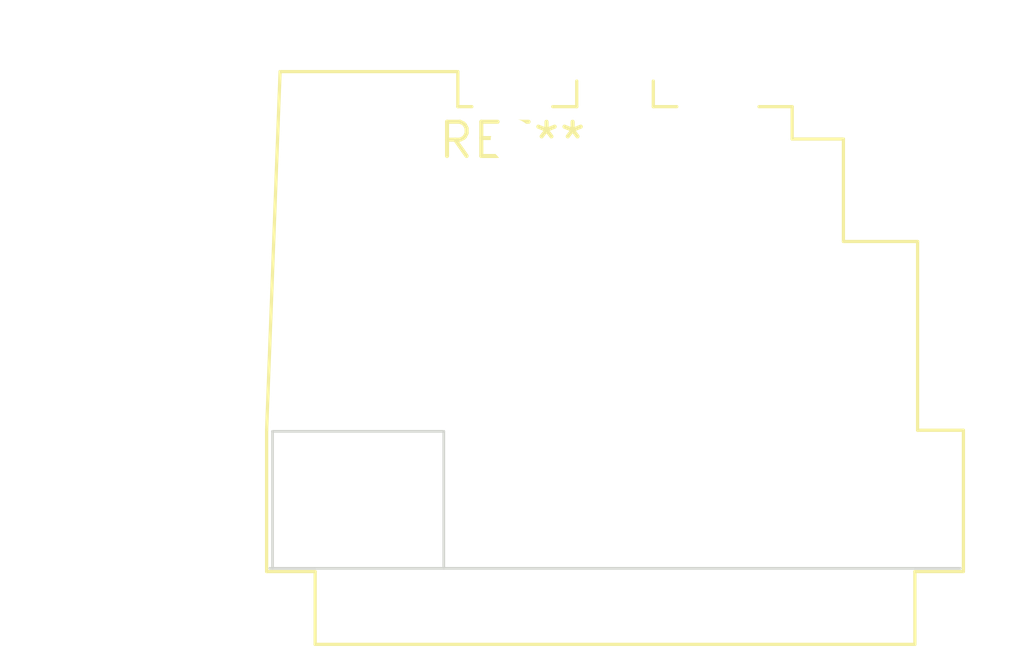
<source format=kicad_pcb>
(kicad_pcb (version 20240108) (generator pcbnew)
  (layers (0 "F.Cu" signal) (31 "B.Cu" signal) (34 "B.Paste" user) (35 "F.Paste" user) (36 "B.SilkS" user "B.Silkscreen") (37 "F.SilkS" user "F.Silkscreen") (38 "B.Mask" user) (39 "F.Mask" user) (44 "Edge.Cuts" user))
  (net 0 "")
  (footprint "Jack_XLR_Neutrik_NC3FBHL1_Horizontal" (layer "F.Cu") (at 0 0)
    (property "Reference" "REF**")
    (property "Value" "Jack_XLR_Neutrik_NC3FBHL1_Horizontal")
    (fp_line (start -9.11 10.75) (end -8.61 -2.55) (layer "F.SilkS") (stroke (width 0.12)))
    (fp_line (start -9.11 15.99) (end -9.11 10.75) (layer "F.SilkS") (stroke (width 0.12)))
    (fp_line (start -8.61 -2.55) (end -2.02 -2.55) (layer "F.SilkS") (stroke (width 0.12)))
    (fp_line (start -7.31 15.99) (end -9.11 15.99) (layer "F.SilkS") (stroke (width 0.12)))
    (fp_line (start -7.31 15.99) (end -7.31 18.69) (layer "F.SilkS") (stroke (width 0.12)))
    (fp_line (start -2.02 -2.55) (end -2.02 -1.25) (layer "F.SilkS") (stroke (width 0.12)))
    (fp_line (start -2.02 -1.25) (end -1.5 -1.25) (layer "F.SilkS") (stroke (width 0.12)))
    (fp_line (start 1.5 -1.25) (end 2.39 -1.25) (layer "F.SilkS") (stroke (width 0.12)))
    (fp_line (start 2.39 -1.25) (end 2.39 -2.2) (layer "F.SilkS") (stroke (width 0.12)))
    (fp_line (start 5.23 -1.25) (end 5.23 -2.2) (layer "F.SilkS") (stroke (width 0.12)))
    (fp_line (start 5.23 -1.25) (end 6.1 -1.25) (layer "F.SilkS") (stroke (width 0.12)))
    (fp_line (start 9.15 -1.25) (end 10.38 -1.25) (layer "F.SilkS") (stroke (width 0.12)))
    (fp_line (start 10.38 -0.05) (end 10.38 -1.25) (layer "F.SilkS") (stroke (width 0.12)))
    (fp_line (start 10.38 -0.05) (end 12.28 -0.05) (layer "F.SilkS") (stroke (width 0.12)))
    (fp_line (start 12.28 3.75) (end 12.28 -0.05) (layer "F.SilkS") (stroke (width 0.12)))
    (fp_line (start 12.28 3.75) (end 15.03 3.75) (layer "F.SilkS") (stroke (width 0.12)))
    (fp_line (start 14.93 15.99) (end 14.93 18.69) (layer "F.SilkS") (stroke (width 0.12)))
    (fp_line (start 14.93 18.69) (end -7.31 18.69) (layer "F.SilkS") (stroke (width 0.12)))
    (fp_line (start 15.03 10.75) (end 15.03 3.75) (layer "F.SilkS") (stroke (width 0.12)))
    (fp_line (start 15.03 10.75) (end 16.73 10.75) (layer "F.SilkS") (stroke (width 0.12)))
    (fp_line (start 16.73 15.99) (end 14.93 15.99) (layer "F.SilkS") (stroke (width 0.12)))
    (fp_line (start 16.73 15.99) (end 16.73 10.75) (layer "F.SilkS") (stroke (width 0.12)))
    (fp_line (start -8.89 10.79) (end -8.89 15.87) (layer "Edge.Cuts") (stroke (width 0.1)))
    (fp_line (start -2.54 10.79) (end -8.89 10.79) (layer "Edge.Cuts") (stroke (width 0.1)))
    (fp_line (start -2.54 15.87) (end -2.54 10.79) (layer "Edge.Cuts") (stroke (width 0.1)))
    (fp_line (start 16.61 15.87) (end -8.99 15.87) (layer "Edge.Cuts") (stroke (width 0.1)))
    (pad "" np_thru_hole circle (at 9.52 7.61) (size 1.2 1.2) (drill 1.2) (layers *.Cu *.Mask))
    (pad "1" thru_hole circle (at 0 0) (size 3.4 3.4) (drill 1.6) (layers *.Cu *.Mask) (remove_unused_layers))
    (pad "2" thru_hole circle (at 3.81 -3.18) (size 2.9 2.9) (drill 1.2) (layers *.Cu *.Mask) (remove_unused_layers))
    (pad "3" thru_hole circle (at 7.62 0) (size 3.4 3.4) (drill 1.6) (layers *.Cu *.Mask) (remove_unused_layers))
  )
)
</source>
